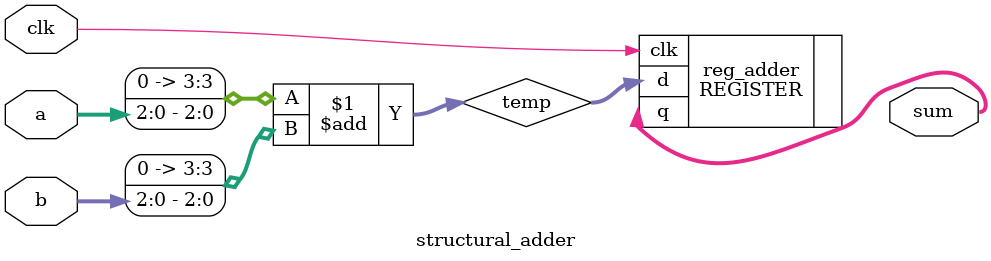
<source format=v>
`timescale 1ns/1ns

module structural_adder #(parameter N = 3) (
  input [N-1:0] a,
  input [N-1:0] b,
  input clk,
  output [N:0] sum
);
wire [N:0] temp = {1'b0, a} + {1'b0, b};
REGISTER #(.N(N+1)) reg_adder(.d(temp), .q(sum), .clk(clk));

endmodule

</source>
